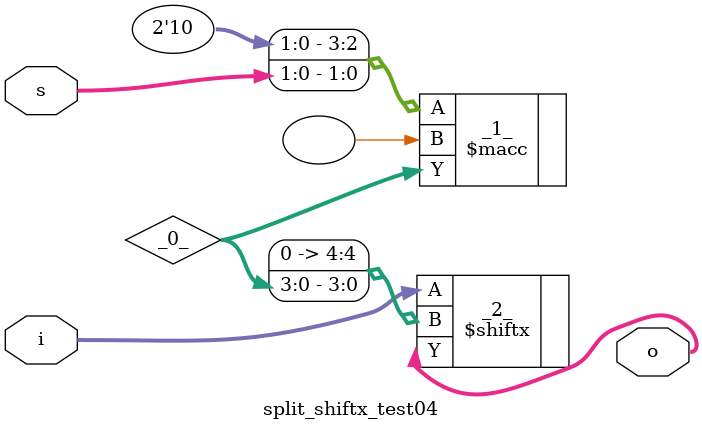
<source format=v>
module split_shiftx_test01(i, s, o);
  wire [3:0] _0_;
  input [8:0] i;
  output [2:0] o;
  input [1:0] s;
  \$macc  #(
    .A_WIDTH(32'd4),
    .B_WIDTH(32'd0),
    .CONFIG(10'h282),
    .CONFIG_WIDTH(32'd10),
    .Y_WIDTH(32'd4)
  ) _1_ (
    .A({ 2'h3, s }),
    .B(),
    .Y(_0_)
  );
  \$shiftx  #(
    .A_SIGNED(32'd0),
    .A_WIDTH(32'd9),
    .B_SIGNED(32'd1),
    .B_WIDTH(32'd5),
    .Y_WIDTH(32'd3)
  ) _2_ (
    .A(i),
    .B({ 1'h0, _0_ }),
    .Y(o)
  );
endmodule

// Sign bit is 1
module split_shiftx_test02(i, s, o);
  wire [3:0] _0_;
  input [8:0] i;
  output [2:0] o;
  input [1:0] s;
  \$macc  #(
    .A_WIDTH(32'd4),
    .B_WIDTH(32'd0),
    .CONFIG(10'h282),
    .CONFIG_WIDTH(32'd10),
    .Y_WIDTH(32'd4)
  ) _1_ (
    .A({ 2'h3, s }),
    .B(),
    .Y(_0_)
  );
  \$shiftx  #(
    .A_SIGNED(32'd0),
    .A_WIDTH(32'd9),
    .B_SIGNED(32'd1),
    .B_WIDTH(32'd5),
    .Y_WIDTH(32'd3)
  ) _2_ (
    .A(i),
    .B({ 1'h1, _0_ }),
    .Y(o)
  );
endmodule

// Non constant $macc
module split_shiftx_test03(i, s, o);
  wire [3:0] _0_;
  input [8:0] i;
  output [2:0] o;
  input [1:0] s;
  \$macc  #(
    .A_WIDTH(32'd4),
    .B_WIDTH(32'd0),
    .CONFIG(10'h282),
    .CONFIG_WIDTH(32'd10),
    .Y_WIDTH(32'd4)
  ) _1_ (
    .A({ s, s }),
    .B(),
    .Y(_0_)
  );
  \$shiftx  #(
    .A_SIGNED(32'd0),
    .A_WIDTH(32'd9),
    .B_SIGNED(32'd1),
    .B_WIDTH(32'd5),
    .Y_WIDTH(32'd3)
  ) _2_ (
    .A(i),
    .B({ 1'h0, _0_ }),
    .Y(o)
  );
endmodule

// Wrong constant $macc
module split_shiftx_test04(i, s, o);
  wire [3:0] _0_;
  input [8:0] i;
  output [2:0] o;
  input [1:0] s;
  \$macc  #(
    .A_WIDTH(32'd4),
    .B_WIDTH(32'd0),
    .CONFIG(10'h282),
    .CONFIG_WIDTH(32'd10),
    .Y_WIDTH(32'd4)
  ) _1_ (
    .A({ 2'h2, s }),
    .B(),
    .Y(_0_)
  );
  \$shiftx  #(
    .A_SIGNED(32'd0),
    .A_WIDTH(32'd9),
    .B_SIGNED(32'd1),
    .B_WIDTH(32'd5),
    .Y_WIDTH(32'd3)
  ) _2_ (
    .A(i),
    .B({ 1'h0, _0_ }),
    .Y(o)
  );
endmodule

</source>
